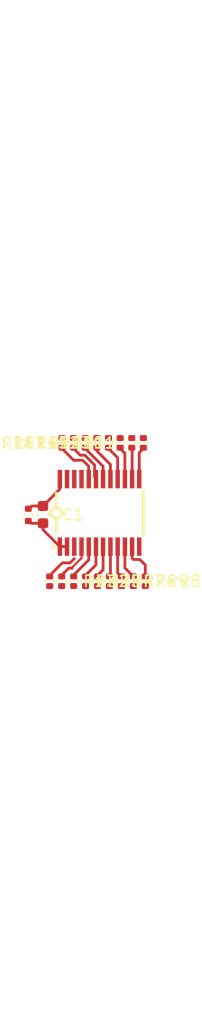
<source format=kicad_pcb>
(kicad_pcb (version 20240108) (generator "pcbnew") (generator_version "8.0")
  (layers (0 "F.Cu" signal) (31 "B.Cu" signal) (34 "B.Paste" user) (35 "F.Paste" user) (36 "B.SilkS" user "B.Silkscreen") (37 "F.SilkS" user "F.Silkscreen") (38 "B.Mask" user) (39 "F.Mask" user) (44 "Edge.Cuts" user))
  (net 0 "")
  (net 1 "ic-scl-8")
  (net 2 "ic-scl-4")
  (net 3 "ic-sda-7")
  (net 4 "reset_")
  (net 5 "ic-sda-1")
  (net 6 "ic-gnd")
  (net 7 "ic-scl-2")
  (net 8 "ic-scl-5")
  (net 9 "ic-sda-5")
  (net 10 "ic-sda-8")
  (net 11 "ic-scl-6")
  (net 12 "ic-sda-4")
  (net 13 "ic-sda")
  (net 14 "vcc")
  (net 15 "ic-scl-7")
  (net 16 "ic-scl-1")
  (net 17 "ic-scl-3")
  (net 18 "ic-sda-6")
  (net 19 "ic-sda-3")
  (net 20 "ic-scl")
  (net 21 "ic-sda-2")
  (footprint "lib:R0402" (layer "F.Cu") (at 102.974943 115.517358 -90)
    (property "Reference" "R3" (at 0 -4 360) (layer "F.SilkS"))
    (property "Value" "62.5mW Thick Film Resistors 50V ±100ppm/℃ ±1% 10kΩ 0402  Chip Resistor - Surface Mount ROHS")
    (fp_line (start -0.153641 0.38) (end 0.153641 0.38) (stroke (width 0.12)) (layer "F.SilkS"))
    (fp_line (start -0.153641 -0.38) (end 0.153641 -0.38) (stroke (width 0.12)) (layer "F.SilkS"))
    (pad "1" smd roundrect (at -0.43 0 270) (size 0.54 0.64) (layers "F.Cu" "F.Paste" "F.Mask") (net 14 "vcc"))
    (pad "2" smd roundrect (at 0.43 0 270) (size 0.54 0.64) (layers "F.Cu" "F.Paste" "F.Mask") (net 13 "ic-sda"))
  )
  (footprint "lib:R0402" (layer "F.Cu") (at 106.138033 103.137076 90)
    (property "Reference" "R15" (at 0 -4 360) (layer "F.SilkS"))
    (property "Value" "62.5mW Thick Film Resistors 50V ±100ppm/℃ ±1% 10kΩ 0402  Chip Resistor - Surface Mount ROHS")
    (fp_line (start -0.153641 -0.38) (end 0.153641 -0.38) (stroke (width 0.12)) (layer "F.SilkS"))
    (fp_line (start -0.153641 0.38) (end 0.153641 0.38) (stroke (width 0.12)) (layer "F.SilkS"))
    (pad "1" smd roundrect (at -0.43 0 90) (size 0.54 0.64) (layers "F.Cu" "F.Paste" "F.Mask") (net 14 "vcc"))
    (pad "2" smd roundrect (at 0.43 0 90) (size 0.54 0.64) (layers "F.Cu" "F.Paste" "F.Mask") (net 18 "ic-sda-6"))
  )
  (footprint "lib:R0402" (layer "F.Cu") (at 109.417539 115.517358 -90)
    (property "Reference" "R9" (at 0 -4 360) (layer "F.SilkS"))
    (property "Value" "62.5mW Thick Film Resistors 50V ±100ppm/℃ ±1% 10kΩ 0402  Chip Resistor - Surface Mount ROHS")
    (fp_line (start -0.153641 0.38) (end 0.153641 0.38) (stroke (width 0.12)) (layer "F.SilkS"))
    (fp_line (start -0.153641 -0.38) (end 0.153641 -0.38) (stroke (width 0.12)) (layer "F.SilkS"))
    (pad "1" smd roundrect (at -0.43 0 270) (size 0.54 0.64) (layers "F.Cu" "F.Paste" "F.Mask") (net 14 "vcc"))
    (pad "2" smd roundrect (at 0.43 0 270) (size 0.54 0.64) (layers "F.Cu" "F.Paste" "F.Mask") (net 19 "ic-sda-3"))
  )
  (footprint "lib:R0402" (layer "F.Cu") (at 106.196241 115.517358 -90)
    (property "Reference" "R4" (at 0 -4 360) (layer "F.SilkS"))
    (property "Value" "62.5mW Thick Film Resistors 50V ±100ppm/℃ ±1% 10kΩ 0402  Chip Resistor - Surface Mount ROHS")
    (fp_line (start -0.153641 0.38) (end 0.153641 0.38) (stroke (width 0.12)) (layer "F.SilkS"))
    (fp_line (start -0.153641 -0.38) (end 0.153641 -0.38) (stroke (width 0.12)) (layer "F.SilkS"))
    (pad "1" smd roundrect (at -0.43 0 270) (size 0.54 0.64) (layers "F.Cu" "F.Paste" "F.Mask") (net 14 "vcc"))
    (pad "2" smd roundrect (at 0.43 0 270) (size 0.54 0.64) (layers "F.Cu" "F.Paste" "F.Mask") (net 16 "ic-scl-1"))
  )
  (footprint "lib:R0402" (layer "F.Cu") (at 108.343773 115.517358 -90)
    (property "Reference" "R6" (at 0 -4 360) (layer "F.SilkS"))
    (property "Value" "62.5mW Thick Film Resistors 50V ±100ppm/℃ ±1% 10kΩ 0402  Chip Resistor - Surface Mount ROHS")
    (fp_line (start -0.153641 0.38) (end 0.153641 0.38) (stroke (width 0.12)) (layer "F.SilkS"))
    (fp_line (start -0.153641 -0.38) (end 0.153641 -0.38) (stroke (width 0.12)) (layer "F.SilkS"))
    (pad "1" smd roundrect (at -0.43 0 270) (size 0.54 0.64) (layers "F.Cu" "F.Paste" "F.Mask") (net 14 "vcc"))
    (pad "2" smd roundrect (at 0.43 0 270) (size 0.54 0.64) (layers "F.Cu" "F.Paste" "F.Mask") (net 7 "ic-scl-2"))
  )
  (footprint "lib:R0402" (layer "F.Cu") (at 110.316863 103.137076 90)
    (property "Reference" "R11" (at 0 -4 360) (layer "F.SilkS"))
    (property "Value" "62.5mW Thick Film Resistors 50V ±100ppm/℃ ±1% 10kΩ 0402  Chip Resistor - Surface Mount ROHS")
    (fp_line (start -0.153641 -0.38) (end 0.153641 -0.38) (stroke (width 0.12)) (layer "F.SilkS"))
    (fp_line (start -0.153641 0.38) (end 0.153641 0.38) (stroke (width 0.12)) (layer "F.SilkS"))
    (pad "1" smd roundrect (at -0.43 0 90) (size 0.54 0.64) (layers "F.Cu" "F.Paste" "F.Mask") (net 14 "vcc"))
    (pad "2" smd roundrect (at 0.43 0 90) (size 0.54 0.64) (layers "F.Cu" "F.Paste" "F.Mask") (net 12 "ic-sda-4"))
  )
  (footprint "lib:R0402" (layer "F.Cu") (at 105.122475 115.517358 -90)
    (property "Reference" "R5" (at 0 -4 360) (layer "F.SilkS"))
    (property "Value" "62.5mW Thick Film Resistors 50V ±100ppm/℃ ±1% 10kΩ 0402  Chip Resistor - Surface Mount ROHS")
    (fp_line (start -0.153641 0.38) (end 0.153641 0.38) (stroke (width 0.12)) (layer "F.SilkS"))
    (fp_line (start -0.153641 -0.38) (end 0.153641 -0.38) (stroke (width 0.12)) (layer "F.SilkS"))
    (pad "1" smd roundrect (at -0.43 0 270) (size 0.54 0.64) (layers "F.Cu" "F.Paste" "F.Mask") (net 14 "vcc"))
    (pad "2" smd roundrect (at 0.43 0 270) (size 0.54 0.64) (layers "F.Cu" "F.Paste" "F.Mask") (net 5 "ic-sda-1"))
  )
  (footprint "lib:R0402" (layer "F.Cu") (at 109.272154 103.137076 90)
    (property "Reference" "R10" (at 0 -4 360) (layer "F.SilkS"))
    (property "Value" "62.5mW Thick Film Resistors 50V ±100ppm/℃ ±1% 10kΩ 0402  Chip Resistor - Surface Mount ROHS")
    (fp_line (start -0.153641 -0.38) (end 0.153641 -0.38) (stroke (width 0.12)) (layer "F.SilkS"))
    (fp_line (start -0.153641 0.38) (end 0.153641 0.38) (stroke (width 0.12)) (layer "F.SilkS"))
    (pad "1" smd roundrect (at -0.43 0 90) (size 0.54 0.64) (layers "F.Cu" "F.Paste" "F.Mask") (net 14 "vcc"))
    (pad "2" smd roundrect (at 0.43 0 90) (size 0.54 0.64) (layers "F.Cu" "F.Paste" "F.Mask") (net 2 "ic-scl-4"))
  )
  (footprint "lib:TSSOP-24_L7.8-W4.4-P0.65-LS6.4-BL" (layer "F.Cu") (at 106.375 109.4)
    (property "Reference" "U1" (hide yes))
    (property "Value" "")
    (fp_line (start -3.88 -0.48) (end -3.88 -1.75) (stroke (width 0.25)) (layer "F.SilkS"))
    (fp_line (start -3.88 1.75) (end -3.88 0.48) (stroke (width 0.25)) (layer "F.SilkS"))
    (fp_line (start 3.93 -2.01) (end 3.93 2.01) (stroke (width 0.25)) (layer "F.SilkS"))
    (fp_arc (start -3.888203 0.479928) (mid -3.87585 -0.459982) (end -3.88 0.48) (stroke (width 0.25)) (layer "F.SilkS"))
    (fp_circle (center -4.14 3.05) (end -4.04 3.05) (stroke (width 0.2)) (fill none) (layer "F.SilkS"))
    (pad "1" smd rect (at -3.57 3.02) (size 0.4 1.65) (layers "F.Cu" "F.Paste" "F.Mask") (net 6 "ic-gnd"))
    (pad "2" smd rect (at -2.92 3.02) (size 0.4 1.65) (layers "F.Cu" "F.Paste" "F.Mask") (net 6 "ic-gnd"))
    (pad "3" smd rect (at -2.27 3.02) (size 0.4 1.65) (layers "F.Cu" "F.Paste" "F.Mask") (net 4 "reset_"))
    (pad "4" smd rect (at -1.62 3.02) (size 0.4 1.65) (layers "F.Cu" "F.Paste" "F.Mask") (net 13 "ic-sda"))
    (pad "5" smd rect (at -0.97 3.02) (size 0.4 1.65) (layers "F.Cu" "F.Paste" "F.Mask") (net 20 "ic-scl"))
    (pad "6" smd rect (at -0.32 3.02) (size 0.4 1.65) (layers "F.Cu" "F.Paste" "F.Mask") (net 5 "ic-sda-1"))
    (pad "7" smd rect (at 0.32 3.02) (size 0.4 1.65) (layers "F.Cu" "F.Paste" "F.Mask") (net 16 "ic-scl-1"))
    (pad "8" smd rect (at 0.98 3.02) (size 0.4 1.65) (layers "F.Cu" "F.Paste" "F.Mask") (net 21 "ic-sda-2"))
    (pad "9" smd rect (at 1.63 3.02) (size 0.4 1.65) (layers "F.Cu" "F.Paste" "F.Mask") (net 7 "ic-scl-2"))
    (pad "10" smd rect (at 2.28 3.02) (size 0.4 1.65) (layers "F.Cu" "F.Paste" "F.Mask") (net 19 "ic-sda-3"))
    (pad "11" smd rect (at 2.93 3.02) (size 0.4 1.65) (layers "F.Cu" "F.Paste" "F.Mask") (net 17 "ic-scl-3"))
    (pad "12" smd rect (at 3.57 3.02) (size 0.4 1.65) (layers "F.Cu" "F.Paste" "F.Mask") (net 6 "ic-gnd"))
    (pad "13" smd rect (at 3.57 -3.02) (size 0.4 1.65) (layers "F.Cu" "F.Paste" "F.Mask") (net 12 "ic-sda-4"))
    (pad "14" smd rect (at 2.93 -3.02) (size 0.4 1.65) (layers "F.Cu" "F.Paste" "F.Mask") (net 2 "ic-scl-4"))
    (pad "15" smd rect (at 2.28 -3.02) (size 0.4 1.65) (layers "F.Cu" "F.Paste" "F.Mask") (net 9 "ic-sda-5"))
    (pad "16" smd rect (at 1.63 -3.02) (size 0.4 1.65) (layers "F.Cu" "F.Paste" "F.Mask") (net 8 "ic-scl-5"))
    (pad "17" smd rect (at 0.98 -3.02) (size 0.4 1.65) (layers "F.Cu" "F.Paste" "F.Mask") (net 18 "ic-sda-6"))
    (pad "18" smd rect (at 0.32 -3.02) (size 0.4 1.65) (layers "F.Cu" "F.Paste" "F.Mask") (net 11 "ic-scl-6"))
    (pad "19" smd rect (at -0.32 -3.02) (size 0.4 1.65) (layers "F.Cu" "F.Paste" "F.Mask") (net 3 "ic-sda-7"))
    (pad "20" smd rect (at -0.97 -3.02) (size 0.4 1.65) (layers "F.Cu" "F.Paste" "F.Mask") (net 15 "ic-scl-7"))
    (pad "21" smd rect (at -1.62 -3.02) (size 0.4 1.65) (layers "F.Cu" "F.Paste" "F.Mask") (net 6 "ic-gnd"))
    (pad "22" smd rect (at -2.27 -3.02) (size 0.4 1.65) (layers "F.Cu" "F.Paste" "F.Mask") (net 1 "ic-scl-8"))
    (pad "23" smd rect (at -2.92 -3.02) (size 0.4 1.65) (layers "F.Cu" "F.Paste" "F.Mask") (net 10 "ic-sda-8"))
    (pad "24" smd rect (at -3.57 -3.02) (size 0.4 1.65) (layers "F.Cu" "F.Paste" "F.Mask") (net 14 "vcc"))
  )
  (footprint "lib:R0402" (layer "F.Cu") (at 108.227447 103.137076 90)
    (property "Reference" "R13" (at 0 -4 360) (layer "F.SilkS"))
    (property "Value" "62.5mW Thick Film Resistors 50V ±100ppm/℃ ±1% 10kΩ 0402  Chip Resistor - Surface Mount ROHS")
    (fp_line (start -0.153641 -0.38) (end 0.153641 -0.38) (stroke (width 0.12)) (layer "F.SilkS"))
    (fp_line (start -0.153641 0.38) (end 0.153641 0.38) (stroke (width 0.12)) (layer "F.SilkS"))
    (pad "1" smd roundrect (at -0.43 0 90) (size 0.54 0.64) (layers "F.Cu" "F.Paste" "F.Mask") (net 14 "vcc"))
    (pad "2" smd roundrect (at 0.43 0 90) (size 0.54 0.64) (layers "F.Cu" "F.Paste" "F.Mask") (net 9 "ic-sda-5"))
  )
  (footprint "lib:R0402" (layer "F.Cu") (at 103.003912 103.137076 90)
    (property "Reference" "R16" (at 0 -4 360) (layer "F.SilkS"))
    (property "Value" "62.5mW Thick Film Resistors 50V ±100ppm/℃ ±1% 10kΩ 0402  Chip Resistor - Surface Mount ROHS")
    (fp_line (start -0.153641 -0.38) (end 0.153641 -0.38) (stroke (width 0.12)) (layer "F.SilkS"))
    (fp_line (start -0.153641 0.38) (end 0.153641 0.38) (stroke (width 0.12)) (layer "F.SilkS"))
    (pad "1" smd roundrect (at -0.43 0 90) (size 0.54 0.64) (layers "F.Cu" "F.Paste" "F.Mask") (net 14 "vcc"))
    (pad "2" smd roundrect (at 0.43 0 90) (size 0.54 0.64) (layers "F.Cu" "F.Paste" "F.Mask") (net 15 "ic-scl-7"))
  )
  (footprint "lib:C0603" (layer "F.Cu") (at 101.29398 109.559291 -90)
    (property "Reference" "C2" (hide yes))
    (property "Value" "16V 2.2uF X5R ±10% 0603  Multilayer Ceramic Capacitors MLCC - SMD/SMT ROHS")
    (fp_line (start -0.14058 0.51) (end 0.14058 0.51) (stroke (width 0.12)) (layer "F.SilkS"))
    (fp_line (start -0.14058 -0.51) (end 0.14058 -0.51) (stroke (width 0.12)) (layer "F.SilkS"))
    (pad "1" smd roundrect (at -0.775 0 270) (size 0.9 0.95) (layers "F.Cu" "F.Paste" "F.Mask") (net 14 "vcc"))
    (pad "2" smd roundrect (at 0.775 0 270) (size 0.9 0.95) (layers "F.Cu" "F.Paste" "F.Mask") (net 6 "ic-gnd"))
  )
  (footprint "lib:R0402" (layer "F.Cu") (at 110.491307 115.517358 -90)
    (property "Reference" "R8" (at 0 -4 360) (layer "F.SilkS"))
    (property "Value" "62.5mW Thick Film Resistors 50V ±100ppm/℃ ±1% 10kΩ 0402  Chip Resistor - Surface Mount ROHS")
    (fp_line (start -0.153641 0.38) (end 0.153641 0.38) (stroke (width 0.12)) (layer "F.SilkS"))
    (fp_line (start -0.153641 -0.38) (end 0.153641 -0.38) (stroke (width 0.12)) (layer "F.SilkS"))
    (pad "1" smd roundrect (at -0.43 0 270) (size 0.54 0.64) (layers "F.Cu" "F.Paste" "F.Mask") (net 14 "vcc"))
    (pad "2" smd roundrect (at 0.43 0 270) (size 0.54 0.64) (layers "F.Cu" "F.Paste" "F.Mask") (net 17 "ic-scl-3"))
  )
  (footprint "lib:C0402" (layer "F.Cu") (at 99.971082 109.579702 -90)
    (property "Reference" "C1" (at 0 -4 360) (layer "F.SilkS"))
    (property "Value" "16V 100nF X7R ±10% 0402  Multilayer Ceramic Capacitors MLCC - SMD/SMT ROHS")
    (fp_line (start -0.107836 0.36) (end 0.107836 0.36) (stroke (width 0.12)) (layer "F.SilkS"))
    (fp_line (start -0.107836 -0.36) (end 0.107836 -0.36) (stroke (width 0.12)) (layer "F.SilkS"))
    (pad "1" smd roundrect (at -0.55 0 270) (size 0.56 0.62) (layers "F.Cu" "F.Paste" "F.Mask") (net 14 "vcc"))
    (pad "2" smd roundrect (at 0.55 0 270) (size 0.56 0.62) (layers "F.Cu" "F.Paste" "F.Mask") (net 6 "ic-gnd"))
  )
  (footprint "lib:R0402" (layer "F.Cu") (at 107.270007 115.517358 -90)
    (property "Reference" "R7" (at 0 -4 360) (layer "F.SilkS"))
    (property "Value" "62.5mW Thick Film Resistors 50V ±100ppm/℃ ±1% 10kΩ 0402  Chip Resistor - Surface Mount ROHS")
    (fp_line (start -0.153641 0.38) (end 0.153641 0.38) (stroke (width 0.12)) (layer "F.SilkS"))
    (fp_line (start -0.153641 -0.38) (end 0.153641 -0.38) (stroke (width 0.12)) (layer "F.SilkS"))
    (pad "1" smd roundrect (at -0.43 0 270) (size 0.54 0.64) (layers "F.Cu" "F.Paste" "F.Mask") (net 14 "vcc"))
    (pad "2" smd roundrect (at 0.43 0 270) (size 0.54 0.64) (layers "F.Cu" "F.Paste" "F.Mask") (net 21 "ic-sda-2"))
  )
  (footprint "lib:R0402" (layer "F.Cu") (at 107.18274 103.137076 90)
    (property "Reference" "R12" (at 0 -4 360) (layer "F.SilkS"))
    (property "Value" "62.5mW Thick Film Resistors 50V ±100ppm/℃ ±1% 10kΩ 0402  Chip Resistor - Surface Mount ROHS")
    (fp_line (start -0.153641 -0.38) (end 0.153641 -0.38) (stroke (width 0.12)) (layer "F.SilkS"))
    (fp_line (start -0.153641 0.38) (end 0.153641 0.38) (stroke (width 0.12)) (layer "F.SilkS"))
    (pad "1" smd roundrect (at -0.43 0 90) (size 0.54 0.64) (layers "F.Cu" "F.Paste" "F.Mask") (net 14 "vcc"))
    (pad "2" smd roundrect (at 0.43 0 90) (size 0.54 0.64) (layers "F.Cu" "F.Paste" "F.Mask") (net 8 "ic-scl-5"))
  )
  (footprint "lib:R0402" (layer "F.Cu") (at 101.893093 115.519552 -90)
    (property "Reference" "R1" (at 0 -4 360) (layer "F.SilkS"))
    (property "Value" "62.5mW Thick Film Resistors 50V ±100ppm/℃ ±1% 10kΩ 0402  Chip Resistor - Surface Mount ROHS")
    (fp_line (start -0.153641 0.38) (end 0.153641 0.38) (stroke (width 0.12)) (layer "F.SilkS"))
    (fp_line (start -0.153641 -0.38) (end 0.153641 -0.38) (stroke (width 0.12)) (layer "F.SilkS"))
    (pad "1" smd roundrect (at -0.43 0 270) (size 0.54 0.64) (layers "F.Cu" "F.Paste" "F.Mask") (net 4 "reset_"))
    (pad "2" smd roundrect (at 0.43 0 270) (size 0.54 0.64) (layers "F.Cu" "F.Paste" "F.Mask") (net 14 "vcc"))
  )
  (footprint "lib:R0402" (layer "F.Cu") (at 104.048619 103.137076 90)
    (property "Reference" "R17" (at 0 -4 360) (layer "F.SilkS"))
    (property "Value" "62.5mW Thick Film Resistors 50V ±100ppm/℃ ±1% 10kΩ 0402  Chip Resistor - Surface Mount ROHS")
    (fp_line (start -0.153641 -0.38) (end 0.153641 -0.38) (stroke (width 0.12)) (layer "F.SilkS"))
    (fp_line (start -0.153641 0.38) (end 0.153641 0.38) (stroke (width 0.12)) (layer "F.SilkS"))
    (pad "1" smd roundrect (at -0.43 0 90) (size 0.54 0.64) (layers "F.Cu" "F.Paste" "F.Mask") (net 14 "vcc"))
    (pad "2" smd roundrect (at 0.43 0 90) (size 0.54 0.64) (layers "F.Cu" "F.Paste" "F.Mask") (net 3 "ic-sda-7"))
  )
  (footprint "lib:R0402" (layer "F.Cu") (at 104.048709 115.517358 -90)
    (property "Reference" "R2" (at 0 -4 360) (layer "F.SilkS"))
    (property "Value" "62.5mW Thick Film Resistors 50V ±100ppm/℃ ±1% 10kΩ 0402  Chip Resistor - Surface Mount ROHS")
    (fp_line (start -0.153641 0.38) (end 0.153641 0.38) (stroke (width 0.12)) (layer "F.SilkS"))
    (fp_line (start -0.153641 -0.38) (end 0.153641 -0.38) (stroke (width 0.12)) (layer "F.SilkS"))
    (pad "1" smd roundrect (at -0.43 0 270) (size 0.54 0.64) (layers "F.Cu" "F.Paste" "F.Mask") (net 14 "vcc"))
    (pad "2" smd roundrect (at 0.43 0 270) (size 0.54 0.64) (layers "F.Cu" "F.Paste" "F.Mask") (net 20 "ic-scl"))
  )
  (footprint "lib:R0402" (layer "F.Cu") (at 105.093326 103.137076 90)
    (property "Reference" "R14" (at 0 -4 360) (layer "F.SilkS"))
    (property "Value" "62.5mW Thick Film Resistors 50V ±100ppm/℃ ±1% 10kΩ 0402  Chip Resistor - Surface Mount ROHS")
    (fp_line (start -0.153641 -0.38) (end 0.153641 -0.38) (stroke (width 0.12)) (layer "F.SilkS"))
    (fp_line (start -0.153641 0.38) (end 0.153641 0.38) (stroke (width 0.12)) (layer "F.SilkS"))
    (pad "1" smd roundrect (at -0.43 0 90) (size 0.54 0.64) (layers "F.Cu" "F.Paste" "F.Mask") (net 14 "vcc"))
    (pad "2" smd roundrect (at 0.43 0 90) (size 0.54 0.64) (layers "F.Cu" "F.Paste" "F.Mask") (net 11 "ic-scl-6"))
  )
  (segment (start 103.728 113.872) (end 103.030645 113.872) (width 0.25) (layer "F.Cu") (net 4))
  (segment (start 104.105 113.495) (end 103.728 113.872) (width 0.25) (layer "F.Cu") (net 4))
  (segment (start 103.030645 113.872) (end 101.893093 115.009552) (width 0.25) (layer "F.Cu") (net 4))
  (segment (start 103.455 112.42) (end 102.805 112.42) (width 0.25) (layer "F.Cu") (net 6))
  (segment (start 101.29398 110.334291) (end 100.245671 110.334291) (width 0.25) (layer "F.Cu") (net 6))
  (segment (start 100.245671 110.334291) (end 99.971082 110.059702) (width 0.25) (layer "F.Cu") (net 6))
  (segment (start 101.29398 110.90898) (end 102.805 112.42) (width 0.25) (layer "F.Cu") (net 6))
  (segment (start 101.29398 110.334291) (end 101.29398 110.90898) (width 0.25) (layer "F.Cu") (net 6))
  (segment (start 102.805 107.273271) (end 101.29398 108.784291) (width 0.25) (layer "F.Cu") (net 14))
  (segment (start 100.286493 108.784291) (end 99.971082 109.099702) (width 0.25) (layer "F.Cu") (net 14))
  (segment (start 102.805 106.38) (end 102.805 107.273271) (width 0.25) (layer "F.Cu") (net 14))
  (segment (start 101.29398 108.784291) (end 100.286493 108.784291) (width 0.25) (layer "F.Cu") (net 14))
  (segment (start 110.491307 114.06701) (end 109.994297 113.57) (width 0.25) (layer "F.Cu") (net 22))
  (segment (start 110.491307 115.007358) (end 110.491307 114.06701) (width 0.25) (layer "F.Cu") (net 22))
  (segment (start 109.994297 113.57) (end 109.42 113.57) (width 0.25) (layer "F.Cu") (net 22))
  (segment (start 109.42 113.57) (end 109.305 113.455) (width 0.25) (layer "F.Cu") (net 22))
  (segment (start 109.305 113.455) (end 109.305 112.42) (width 0.25) (layer "F.Cu") (net 22))
  (segment (start 109.384565 115.059281) (end 108.655 114.329716) (width 0.25) (layer "F.Cu") (net 23))
  (segment (start 108.655 114.329716) (end 108.655 112.42) (width 0.25) (layer "F.Cu") (net 23))
  (segment (start 107.212849 115.06387) (end 107.355 114.921719) (width 0.25) (layer "F.Cu") (net 24))
  (segment (start 107.355 114.921719) (end 107.355 112.42) (width 0.25) (layer "F.Cu") (net 24))
  (segment (start 110.316863 103.647076) (end 109.945 104.018939) (width 0.25) (layer "F.Cu") (net 25))
  (segment (start 109.945 104.018939) (end 109.945 106.38) (width 0.25) (layer "F.Cu") (net 25))
  (segment (start 106.138033 103.647076) (end 106.138033 103.863033) (width 0.25) (layer "F.Cu") (net 26))
  (segment (start 107.355 105.08) (end 107.355 106.38) (width 0.25) (layer "F.Cu") (net 26))
  (segment (start 106.138033 103.863033) (end 107.355 105.08) (width 0.25) (layer "F.Cu") (net 26))
  (segment (start 102.974943 114.975097) (end 103.61254 114.3375) (width 0.25) (layer "F.Cu") (net 27))
  (segment (start 103.75 114.3375) (end 103.9125 114.3375) (width 0.25) (layer "F.Cu") (net 27))
  (segment (start 104.755 112.42) (end 104.755 113.44604) (width 0.2) (layer "F.Cu") (net 27))
  (segment (start 103.86354 114.3375) (end 103.75 114.3375) (width 0.2) (layer "F.Cu") (net 27))
  (segment (start 103.61254 114.3375) (end 103.75 114.3375) (width 0.25) (layer "F.Cu") (net 27))
  (segment (start 104.755 113.44604) (end 103.86354 114.3375) (width 0.2) (layer "F.Cu") (net 27))
  (segment (start 103.9125 114.3375) (end 103.87 114.38) (width 0.25) (layer "F.Cu") (net 27))
  (segment (start 106.055 114.047269) (end 105.094911 115.007358) (width 0.25) (layer "F.Cu") (net 28))
  (segment (start 106.055 112.42) (end 106.055 114.047269) (width 0.25) (layer "F.Cu") (net 28))
  (segment (start 108.005 114.780845) (end 108.005 112.42) (width 0.25) (layer "F.Cu") (net 29))
  (segment (start 108.299836 115.075681) (end 108.005 114.780845) (width 0.25) (layer "F.Cu") (net 29))
  (segment (start 108.005 104.469336) (end 108.005 106.38) (width 0.25) (layer "F.Cu") (net 30))
  (segment (start 107.18274 103.647076) (end 108.005 104.469336) (width 0.25) (layer "F.Cu") (net 30))
  (segment (start 106.154896 115.037216) (end 106.695 114.497112) (width 0.25) (layer "F.Cu") (net 31))
  (segment (start 106.695 114.497112) (end 106.695 112.42) (width 0.25) (layer "F.Cu") (net 31))
  (segment (start 105.93 106.195) (end 105.93 105.120146) (width 0.25) (layer "F.Cu") (net 32))
  (segment (start 106.055 106.38) (end 106.115 106.38) (width 0.25) (layer "F.Cu") (net 32))
  (segment (start 105.05193 104.242076) (end 104.643619 104.242076) (width 0.25) (layer "F.Cu") (net 32))
  (segment (start 104.643619 104.242076) (end 104.048619 103.647076) (width 0.25) (layer "F.Cu") (net 32))
  (segment (start 105.93 105.120146) (end 105.05193 104.242076) (width 0.25) (layer "F.Cu") (net 32))
  (segment (start 106.115 106.38) (end 105.93 106.195) (width 0.25) (layer "F.Cu") (net 32))
  (segment (start 109.305 103.679922) (end 109.305 106.38) (width 0.25) (layer "F.Cu") (net 33))
  (segment (start 109.272154 103.647076) (end 109.305 103.679922) (width 0.25) (layer "F.Cu") (net 33))
  (segment (start 106.695 105.24875) (end 106.695 106.38) (width 0.25) (layer "F.Cu") (net 34))
  (segment (start 105.093326 103.647076) (end 106.695 105.24875) (width 0.25) (layer "F.Cu") (net 34))
  (segment (start 104.865534 104.692076) (end 105.405 105.231542) (width 0.25) (layer "F.Cu") (net 35))
  (segment (start 105.405 105.231542) (end 105.405 106.38) (width 0.25) (layer "F.Cu") (net 35))
  (segment (start 103.003912 103.647076) (end 104.048912 104.692076) (width 0.25) (layer "F.Cu") (net 35))
  (segment (start 104.048912 104.692076) (end 104.865534 104.692076) (width 0.25) (layer "F.Cu") (net 35))
  (segment (start 105.405 112.42) (end 105.405 113.607426) (width 0.25) (layer "F.Cu") (net 36))
  (segment (start 105.405 113.607426) (end 104.034927 114.977499) (width 0.25) (layer "F.Cu") (net 36))
  (segment (start 108.655 104.074629) (end 108.655 106.38) (width 0.25) (layer "F.Cu") (net 37))
  (segment (start 108.227447 103.647076) (end 108.655 104.074629) (width 0.25) (layer "F.Cu") (net 37))
)
</source>
